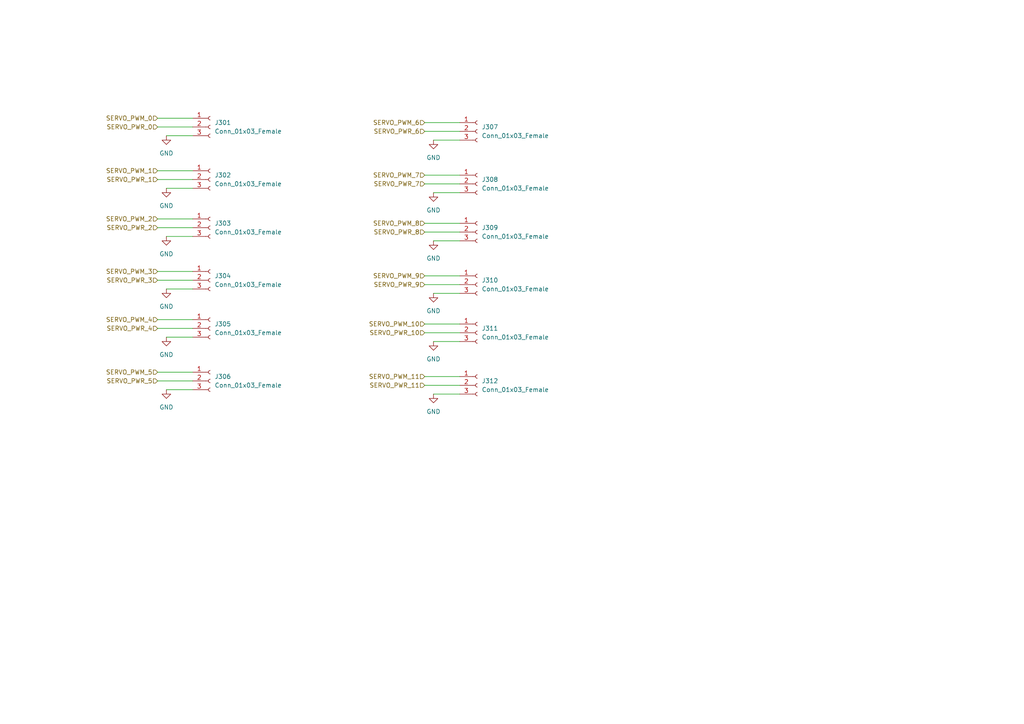
<source format=kicad_sch>
(kicad_sch (version 20230121) (generator eeschema)
  (paper "A4")
  (lib_symbols
    (symbol "Connector:Conn_01x03_Female" (pin_names (offset 1.016) hide)
      (property "Reference" "J" (at 0 5.08 0))
      (property "Value" "Conn_01x03_Female" (at 0 -5.08 0))
      (symbol "Conn_01x03_Female_1_1"
        (arc (start 0 -2.032) (mid -0.5058 -2.54) (end 0 -3.048) (stroke (width 0.1524)))
        (polyline (pts (xy -1.27 -2.54) (xy -0.508 -2.54)) (stroke (width 0.1524)))
        (polyline (pts (xy -1.27 0) (xy -0.508 0)) (stroke (width 0.1524)))
        (polyline (pts (xy -1.27 2.54) (xy -0.508 2.54)) (stroke (width 0.1524)))
        (arc (start 0 0.508) (mid -0.5058 0) (end 0 -0.508) (stroke (width 0.1524)))
        (arc (start 0 3.048) (mid -0.5058 2.54) (end 0 2.032) (stroke (width 0.1524)))
        (pin passive line (at -5.08 2.54 0) (length 3.81) (name "Pin_1") (number "1"))
        (pin passive line (at -5.08 0 0) (length 3.81) (name "Pin_2") (number "2"))
        (pin passive line (at -5.08 -2.54 0) (length 3.81) (name "Pin_3") (number "3"))
      )
    )
    (symbol "power:GND" (power) (pin_names (offset 0))
      (property "Value" "GND" (at 0 -3.81 0))
      (symbol "GND_0_1"
        (polyline (pts (xy 0 0) (xy 0 -1.27) (xy 1.27 -1.27) (xy 0 -2.54) (xy -1.27 -1.27) (xy 0 -1.27)))
      )
      (symbol "GND_1_1"
        (pin power_in line (at 0 0 270) (length 0) hide (name "GND") (number "1"))
      )
    )
  )
  (wire (pts (xy 125.73 114.3) (xy 133.35 114.3)))
  (wire (pts (xy 55.88 36.83) (xy 45.72 36.83)))
  (wire (pts (xy 48.26 113.03) (xy 55.88 113.03)))
  (wire (pts (xy 48.26 54.61) (xy 55.88 54.61)))
  (wire (pts (xy 133.35 111.76) (xy 123.19 111.76)))
  (wire (pts (xy 55.88 107.95) (xy 45.72 107.95)))
  (wire (pts (xy 133.35 67.31) (xy 123.19 67.31)))
  (wire (pts (xy 55.88 81.28) (xy 45.72 81.28)))
  (wire (pts (xy 133.35 109.22) (xy 123.19 109.22)))
  (wire (pts (xy 125.73 40.64) (xy 133.35 40.64)))
  (wire (pts (xy 133.35 38.1) (xy 123.19 38.1)))
  (wire (pts (xy 55.88 49.53) (xy 45.72 49.53)))
  (wire (pts (xy 133.35 80.01) (xy 123.19 80.01)))
  (wire (pts (xy 48.26 68.58) (xy 55.88 68.58)))
  (wire (pts (xy 55.88 78.74) (xy 45.72 78.74)))
  (wire (pts (xy 55.88 66.04) (xy 45.72 66.04)))
  (wire (pts (xy 55.88 95.25) (xy 45.72 95.25)))
  (wire (pts (xy 133.35 35.56) (xy 123.19 35.56)))
  (wire (pts (xy 125.73 69.85) (xy 133.35 69.85)))
  (wire (pts (xy 55.88 52.07) (xy 45.72 52.07)))
  (wire (pts (xy 133.35 82.55) (xy 123.19 82.55)))
  (wire (pts (xy 55.88 34.29) (xy 45.72 34.29)))
  (wire (pts (xy 48.26 39.37) (xy 55.88 39.37)))
  (wire (pts (xy 133.35 96.52) (xy 123.19 96.52)))
  (wire (pts (xy 125.73 99.06) (xy 133.35 99.06)))
  (wire (pts (xy 133.35 93.98) (xy 123.19 93.98)))
  (wire (pts (xy 125.73 55.88) (xy 133.35 55.88)))
  (wire (pts (xy 55.88 110.49) (xy 45.72 110.49)))
  (wire (pts (xy 133.35 53.34) (xy 123.19 53.34)))
  (wire (pts (xy 48.26 97.79) (xy 55.88 97.79)))
  (wire (pts (xy 125.73 85.09) (xy 133.35 85.09)))
  (wire (pts (xy 133.35 50.8) (xy 123.19 50.8)))
  (wire (pts (xy 133.35 64.77) (xy 123.19 64.77)))
  (wire (pts (xy 55.88 63.5) (xy 45.72 63.5)))
  (wire (pts (xy 48.26 83.82) (xy 55.88 83.82)))
  (wire (pts (xy 55.88 92.71) (xy 45.72 92.71)))
  (hierarchical_label "SERVO_PWM_9" (shape input) (at 123.19 80.01 180))
  (hierarchical_label "SERVO_PWR_11" (shape input) (at 123.19 111.76 180))
  (hierarchical_label "SERVO_PWM_2" (shape input) (at 45.72 63.5 180))
  (hierarchical_label "SERVO_PWR_7" (shape input) (at 123.19 53.34 180))
  (hierarchical_label "SERVO_PWM_3" (shape input) (at 45.72 78.74 180))
  (hierarchical_label "SERVO_PWR_5" (shape input) (at 45.72 110.49 180))
  (hierarchical_label "SERVO_PWM_0" (shape input) (at 45.72 34.29 180))
  (hierarchical_label "SERVO_PWM_10" (shape input) (at 123.19 93.98 180))
  (hierarchical_label "SERVO_PWR_6" (shape input) (at 123.19 38.1 180))
  (hierarchical_label "SERVO_PWM_11" (shape input) (at 123.19 109.22 180))
  (hierarchical_label "SERVO_PWR_3" (shape input) (at 45.72 81.28 180))
  (hierarchical_label "SERVO_PWR_9" (shape input) (at 123.19 82.55 180))
  (hierarchical_label "SERVO_PWM_7" (shape input) (at 123.19 50.8 180))
  (hierarchical_label "SERVO_PWR_10" (shape input) (at 123.19 96.52 180))
  (hierarchical_label "SERVO_PWM_6" (shape input) (at 123.19 35.56 180))
  (hierarchical_label "SERVO_PWM_4" (shape input) (at 45.72 92.71 180))
  (hierarchical_label "SERVO_PWR_0" (shape input) (at 45.72 36.83 180))
  (hierarchical_label "SERVO_PWM_1" (shape input) (at 45.72 49.53 180))
  (hierarchical_label "SERVO_PWR_2" (shape input) (at 45.72 66.04 180))
  (hierarchical_label "SERVO_PWR_4" (shape input) (at 45.72 95.25 180))
  (hierarchical_label "SERVO_PWR_8" (shape input) (at 123.19 67.31 180))
  (hierarchical_label "SERVO_PWM_8" (shape input) (at 123.19 64.77 180))
  (hierarchical_label "SERVO_PWM_5" (shape input) (at 45.72 107.95 180))
  (hierarchical_label "SERVO_PWR_1" (shape input) (at 45.72 52.07 180))
  (symbol (lib_id "Connector:Conn_01x03_Female") (at 60.96 36.83 0) (unit 1)
    (property "Reference" "J301" (at 62.23 35.5599 0) (effects (justify left)))
    (property "Value" "Conn_01x03_Female" (at 62.23 38.0999 0) (effects (justify left)))
    (property "Footprint" "Connector_PinHeader_2.54mm:PinHeader_1x03_P2.54mm_Vertical" (effects hide))
  )
  (symbol (lib_id "power:GND") (at 125.73 40.64 0) (unit 1)
    (property "Reference" "#PWR0307" (effects hide))
    (property "Value" "GND" (at 125.73 45.72 0))
  )
  (symbol (lib_id "power:GND") (at 48.26 68.58 0) (unit 1)
    (property "Reference" "#PWR0303" (effects hide))
    (property "Value" "GND" (at 48.26 73.66 0))
  )
  (symbol (lib_id "Connector:Conn_01x03_Female") (at 138.43 38.1 0) (unit 1)
    (property "Reference" "J307" (at 139.7 36.8299 0) (effects (justify left)))
    (property "Value" "Conn_01x03_Female" (at 139.7 39.3699 0) (effects (justify left)))
    (property "Footprint" "Connector_PinHeader_2.54mm:PinHeader_1x03_P2.54mm_Vertical" (effects hide))
  )
  (symbol (lib_id "Connector:Conn_01x03_Female") (at 60.96 81.28 0) (unit 1)
    (property "Reference" "J304" (at 62.23 80.0099 0) (effects (justify left)))
    (property "Value" "Conn_01x03_Female" (at 62.23 82.5499 0) (effects (justify left)))
    (property "Footprint" "Connector_PinHeader_2.54mm:PinHeader_1x03_P2.54mm_Vertical" (effects hide))
  )
  (symbol (lib_id "power:GND") (at 48.26 54.61 0) (unit 1)
    (property "Reference" "#PWR0302" (effects hide))
    (property "Value" "GND" (at 48.26 59.69 0))
  )
  (symbol (lib_id "Connector:Conn_01x03_Female") (at 60.96 95.25 0) (unit 1)
    (property "Reference" "J305" (at 62.23 93.9799 0) (effects (justify left)))
    (property "Value" "Conn_01x03_Female" (at 62.23 96.5199 0) (effects (justify left)))
    (property "Footprint" "Connector_PinHeader_2.54mm:PinHeader_1x03_P2.54mm_Vertical" (effects hide))
  )
  (symbol (lib_id "power:GND") (at 48.26 83.82 0) (unit 1)
    (property "Reference" "#PWR0304" (effects hide))
    (property "Value" "GND" (at 48.26 88.9 0))
  )
  (symbol (lib_id "Connector:Conn_01x03_Female") (at 138.43 53.34 0) (unit 1)
    (property "Reference" "J308" (at 139.7 52.0699 0) (effects (justify left)))
    (property "Value" "Conn_01x03_Female" (at 139.7 54.6099 0) (effects (justify left)))
    (property "Footprint" "Connector_PinHeader_2.54mm:PinHeader_1x03_P2.54mm_Vertical" (effects hide))
  )
  (symbol (lib_id "power:GND") (at 125.73 99.06 0) (unit 1)
    (property "Reference" "#PWR0311" (effects hide))
    (property "Value" "GND" (at 125.73 104.14 0))
  )
  (symbol (lib_id "Connector:Conn_01x03_Female") (at 138.43 111.76 0) (unit 1)
    (property "Reference" "J312" (at 139.7 110.4899 0) (effects (justify left)))
    (property "Value" "Conn_01x03_Female" (at 139.7 113.0299 0) (effects (justify left)))
    (property "Footprint" "Connector_PinHeader_2.54mm:PinHeader_1x03_P2.54mm_Vertical" (effects hide))
  )
  (symbol (lib_id "power:GND") (at 48.26 113.03 0) (unit 1)
    (property "Reference" "#PWR0306" (effects hide))
    (property "Value" "GND" (at 48.26 118.11 0))
  )
  (symbol (lib_id "Connector:Conn_01x03_Female") (at 60.96 66.04 0) (unit 1)
    (property "Reference" "J303" (at 62.23 64.7699 0) (effects (justify left)))
    (property "Value" "Conn_01x03_Female" (at 62.23 67.3099 0) (effects (justify left)))
    (property "Footprint" "Connector_PinHeader_2.54mm:PinHeader_1x03_P2.54mm_Vertical" (effects hide))
  )
  (symbol (lib_id "Connector:Conn_01x03_Female") (at 60.96 110.49 0) (unit 1)
    (property "Reference" "J306" (at 62.23 109.2199 0) (effects (justify left)))
    (property "Value" "Conn_01x03_Female" (at 62.23 111.7599 0) (effects (justify left)))
    (property "Footprint" "Connector_PinHeader_2.54mm:PinHeader_1x03_P2.54mm_Vertical" (effects hide))
  )
  (symbol (lib_id "power:GND") (at 125.73 85.09 0) (unit 1)
    (property "Reference" "#PWR0310" (effects hide))
    (property "Value" "GND" (at 125.73 90.17 0))
  )
  (symbol (lib_id "power:GND") (at 125.73 55.88 0) (unit 1)
    (property "Reference" "#PWR0308" (effects hide))
    (property "Value" "GND" (at 125.73 60.96 0))
  )
  (symbol (lib_id "Connector:Conn_01x03_Female") (at 60.96 52.07 0) (unit 1)
    (property "Reference" "J302" (at 62.23 50.7999 0) (effects (justify left)))
    (property "Value" "Conn_01x03_Female" (at 62.23 53.3399 0) (effects (justify left)))
    (property "Footprint" "Connector_PinHeader_2.54mm:PinHeader_1x03_P2.54mm_Vertical" (effects hide))
  )
  (symbol (lib_id "power:GND") (at 48.26 97.79 0) (unit 1)
    (property "Reference" "#PWR0305" (effects hide))
    (property "Value" "GND" (at 48.26 102.87 0))
  )
  (symbol (lib_id "power:GND") (at 125.73 114.3 0) (unit 1)
    (property "Reference" "#PWR0312" (effects hide))
    (property "Value" "GND" (at 125.73 119.38 0))
  )
  (symbol (lib_id "power:GND") (at 125.73 69.85 0) (unit 1)
    (property "Reference" "#PWR0309" (effects hide))
    (property "Value" "GND" (at 125.73 74.93 0))
  )
  (symbol (lib_id "Connector:Conn_01x03_Female") (at 138.43 82.55 0) (unit 1)
    (property "Reference" "J310" (at 139.7 81.2799 0) (effects (justify left)))
    (property "Value" "Conn_01x03_Female" (at 139.7 83.8199 0) (effects (justify left)))
    (property "Footprint" "Connector_PinHeader_2.54mm:PinHeader_1x03_P2.54mm_Vertical" (effects hide))
  )
  (symbol (lib_id "Connector:Conn_01x03_Female") (at 138.43 67.31 0) (unit 1)
    (property "Reference" "J309" (at 139.7 66.0399 0) (effects (justify left)))
    (property "Value" "Conn_01x03_Female" (at 139.7 68.5799 0) (effects (justify left)))
    (property "Footprint" "Connector_PinHeader_2.54mm:PinHeader_1x03_P2.54mm_Vertical" (effects hide))
  )
  (symbol (lib_id "Connector:Conn_01x03_Female") (at 138.43 96.52 0) (unit 1)
    (property "Reference" "J311" (at 139.7 95.2499 0) (effects (justify left)))
    (property "Value" "Conn_01x03_Female" (at 139.7 97.7899 0) (effects (justify left)))
    (property "Footprint" "Connector_PinHeader_2.54mm:PinHeader_1x03_P2.54mm_Vertical" (effects hide))
  )
  (symbol (lib_id "power:GND") (at 48.26 39.37 0) (unit 1)
    (property "Reference" "#PWR0301" (effects hide))
    (property "Value" "GND" (at 48.26 44.45 0))
  )
)
</source>
